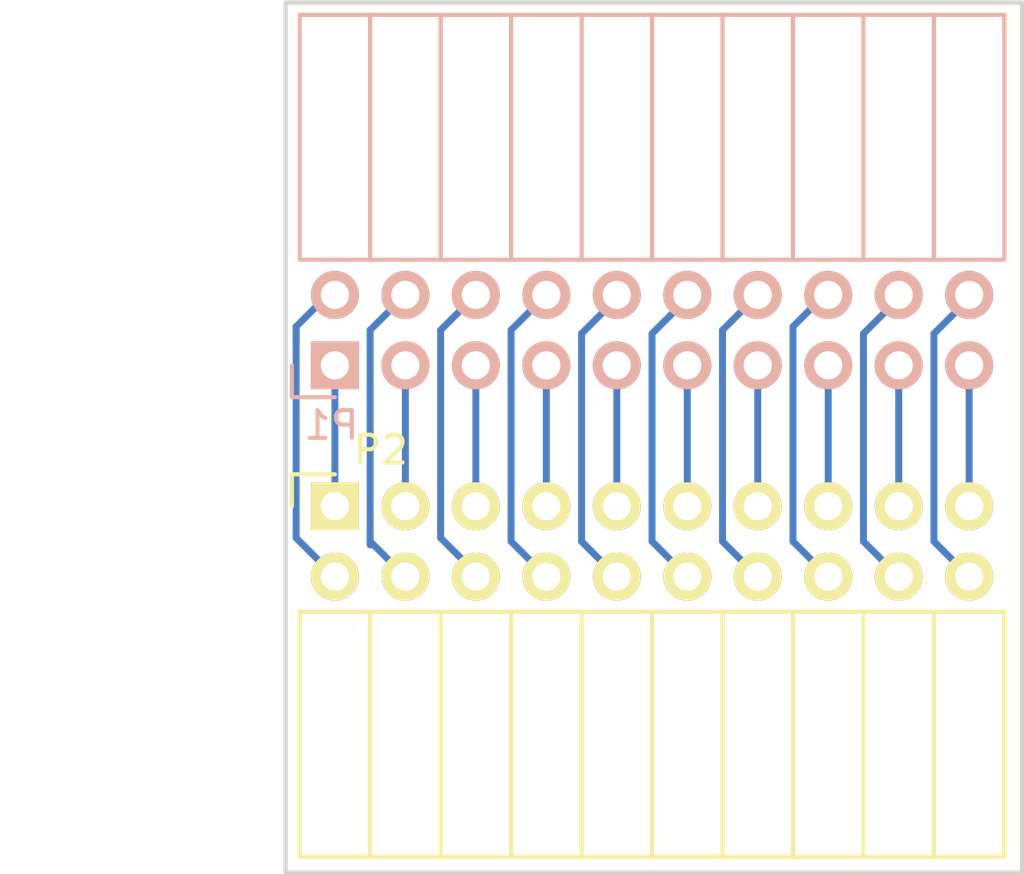
<source format=kicad_pcb>
(kicad_pcb (version 4) (host pcbnew 4.0.2+dfsg1-2~bpo8+1-stable)

  (general
    (links 20)
    (no_connects 0)
    (area 146.736999 84.633999 173.430001 116.153001)
    (thickness 1.6)
    (drawings 4)
    (tracks 62)
    (zones 0)
    (modules 2)
    (nets 21)
  )

  (page A4)
  (layers
    (0 F.Cu signal)
    (31 B.Cu signal)
    (32 B.Adhes user)
    (33 F.Adhes user)
    (34 B.Paste user)
    (35 F.Paste user)
    (36 B.SilkS user)
    (37 F.SilkS user)
    (38 B.Mask user)
    (39 F.Mask user)
    (40 Dwgs.User user)
    (41 Cmts.User user)
    (42 Eco1.User user)
    (43 Eco2.User user)
    (44 Edge.Cuts user)
    (45 Margin user)
    (46 B.CrtYd user)
    (47 F.CrtYd user)
    (48 B.Fab user)
    (49 F.Fab user)
  )

  (setup
    (last_trace_width 0.25)
    (trace_clearance 0.2)
    (zone_clearance 0.508)
    (zone_45_only no)
    (trace_min 0.2)
    (segment_width 0.2)
    (edge_width 0.15)
    (via_size 0.6)
    (via_drill 0.4)
    (via_min_size 0.4)
    (via_min_drill 0.3)
    (uvia_size 0.3)
    (uvia_drill 0.1)
    (uvias_allowed no)
    (uvia_min_size 0.2)
    (uvia_min_drill 0.1)
    (pcb_text_width 0.3)
    (pcb_text_size 1.5 1.5)
    (mod_edge_width 0.15)
    (mod_text_size 1 1)
    (mod_text_width 0.15)
    (pad_size 1.524 1.524)
    (pad_drill 0.762)
    (pad_to_mask_clearance 0.2)
    (aux_axis_origin 0 0)
    (visible_elements 7FFFFFFF)
    (pcbplotparams
      (layerselection 0x00030_80000001)
      (usegerberextensions false)
      (excludeedgelayer true)
      (linewidth 0.100000)
      (plotframeref false)
      (viasonmask false)
      (mode 1)
      (useauxorigin false)
      (hpglpennumber 1)
      (hpglpenspeed 20)
      (hpglpendiameter 15)
      (hpglpenoverlay 2)
      (psnegative false)
      (psa4output false)
      (plotreference true)
      (plotvalue true)
      (plotinvisibletext false)
      (padsonsilk false)
      (subtractmaskfromsilk false)
      (outputformat 2)
      (mirror false)
      (drillshape 0)
      (scaleselection 1)
      (outputdirectory ""))
  )

  (net 0 "")
  (net 1 "Net-(P1-Pad1)")
  (net 2 "Net-(P1-Pad2)")
  (net 3 "Net-(P1-Pad3)")
  (net 4 "Net-(P1-Pad4)")
  (net 5 "Net-(P1-Pad5)")
  (net 6 "Net-(P1-Pad6)")
  (net 7 "Net-(P1-Pad7)")
  (net 8 "Net-(P1-Pad8)")
  (net 9 "Net-(P1-Pad9)")
  (net 10 "Net-(P1-Pad10)")
  (net 11 "Net-(P1-Pad11)")
  (net 12 "Net-(P1-Pad12)")
  (net 13 "Net-(P1-Pad13)")
  (net 14 "Net-(P1-Pad14)")
  (net 15 "Net-(P1-Pad15)")
  (net 16 "Net-(P1-Pad16)")
  (net 17 "Net-(P1-Pad17)")
  (net 18 "Net-(P1-Pad18)")
  (net 19 "Net-(P1-Pad19)")
  (net 20 "Net-(P1-Pad20)")

  (net_class Default "Esta es la clase de red por defecto."
    (clearance 0.2)
    (trace_width 0.25)
    (via_dia 0.6)
    (via_drill 0.4)
    (uvia_dia 0.3)
    (uvia_drill 0.1)
    (add_net "Net-(P1-Pad1)")
    (add_net "Net-(P1-Pad10)")
    (add_net "Net-(P1-Pad11)")
    (add_net "Net-(P1-Pad12)")
    (add_net "Net-(P1-Pad13)")
    (add_net "Net-(P1-Pad14)")
    (add_net "Net-(P1-Pad15)")
    (add_net "Net-(P1-Pad16)")
    (add_net "Net-(P1-Pad17)")
    (add_net "Net-(P1-Pad18)")
    (add_net "Net-(P1-Pad19)")
    (add_net "Net-(P1-Pad2)")
    (add_net "Net-(P1-Pad20)")
    (add_net "Net-(P1-Pad3)")
    (add_net "Net-(P1-Pad4)")
    (add_net "Net-(P1-Pad5)")
    (add_net "Net-(P1-Pad6)")
    (add_net "Net-(P1-Pad7)")
    (add_net "Net-(P1-Pad8)")
    (add_net "Net-(P1-Pad9)")
  )

  (module Socket_Strips:Socket_Strip_Angled_2x10 (layer B.Cu) (tedit 58766163) (tstamp 56E58EE5)
    (at 148.59 97.79)
    (descr "Through hole socket strip")
    (tags "socket strip")
    (path /56E58F30)
    (fp_text reference P1 (at -0.127 2.159) (layer B.SilkS)
      (effects (font (size 1 1) (thickness 0.15)) (justify mirror))
    )
    (fp_text value CONN_02X10 (at -6.858 -5.334) (layer B.Fab)
      (effects (font (size 1 1) (thickness 0.15)) (justify mirror))
    )
    (fp_line (start -1.75 1.35) (end -1.75 -13.15) (layer B.CrtYd) (width 0.05))
    (fp_line (start 24.65 1.35) (end 24.65 -13.15) (layer B.CrtYd) (width 0.05))
    (fp_line (start -1.75 1.35) (end 24.65 1.35) (layer B.CrtYd) (width 0.05))
    (fp_line (start -1.75 -13.15) (end 24.65 -13.15) (layer B.CrtYd) (width 0.05))
    (fp_line (start 16.51 -12.64) (end 16.51 -3.81) (layer B.SilkS) (width 0.15))
    (fp_line (start 13.97 -12.64) (end 16.51 -12.64) (layer B.SilkS) (width 0.15))
    (fp_line (start 13.97 -3.81) (end 16.51 -3.81) (layer B.SilkS) (width 0.15))
    (fp_line (start 16.51 -3.81) (end 16.51 -12.64) (layer B.SilkS) (width 0.15))
    (fp_line (start 19.05 -3.81) (end 19.05 -12.64) (layer B.SilkS) (width 0.15))
    (fp_line (start 16.51 -3.81) (end 19.05 -3.81) (layer B.SilkS) (width 0.15))
    (fp_line (start 16.51 -12.64) (end 19.05 -12.64) (layer B.SilkS) (width 0.15))
    (fp_line (start 19.05 -12.64) (end 19.05 -3.81) (layer B.SilkS) (width 0.15))
    (fp_line (start 21.59 -12.64) (end 21.59 -3.81) (layer B.SilkS) (width 0.15))
    (fp_line (start 19.05 -12.64) (end 21.59 -12.64) (layer B.SilkS) (width 0.15))
    (fp_line (start 19.05 -3.81) (end 21.59 -3.81) (layer B.SilkS) (width 0.15))
    (fp_line (start 21.59 -3.81) (end 21.59 -12.64) (layer B.SilkS) (width 0.15))
    (fp_line (start 24.13 -3.81) (end 24.13 -12.64) (layer B.SilkS) (width 0.15))
    (fp_line (start 21.59 -3.81) (end 24.13 -3.81) (layer B.SilkS) (width 0.15))
    (fp_line (start 21.59 -12.64) (end 24.13 -12.64) (layer B.SilkS) (width 0.15))
    (fp_line (start 24.13 -12.64) (end 24.13 -3.81) (layer B.SilkS) (width 0.15))
    (fp_line (start 13.97 -12.64) (end 13.97 -3.81) (layer B.SilkS) (width 0.15))
    (fp_line (start 11.43 -12.64) (end 13.97 -12.64) (layer B.SilkS) (width 0.15))
    (fp_line (start 11.43 -3.81) (end 13.97 -3.81) (layer B.SilkS) (width 0.15))
    (fp_line (start 13.97 -3.81) (end 13.97 -12.64) (layer B.SilkS) (width 0.15))
    (fp_line (start 11.43 -3.81) (end 11.43 -12.64) (layer B.SilkS) (width 0.15))
    (fp_line (start 8.89 -3.81) (end 11.43 -3.81) (layer B.SilkS) (width 0.15))
    (fp_line (start 8.89 -12.64) (end 11.43 -12.64) (layer B.SilkS) (width 0.15))
    (fp_line (start 11.43 -12.64) (end 11.43 -3.81) (layer B.SilkS) (width 0.15))
    (fp_line (start 8.89 -12.64) (end 8.89 -3.81) (layer B.SilkS) (width 0.15))
    (fp_line (start 6.35 -12.64) (end 8.89 -12.64) (layer B.SilkS) (width 0.15))
    (fp_line (start 6.35 -3.81) (end 8.89 -3.81) (layer B.SilkS) (width 0.15))
    (fp_line (start 8.89 -3.81) (end 8.89 -12.64) (layer B.SilkS) (width 0.15))
    (fp_line (start 6.35 -3.81) (end 6.35 -12.64) (layer B.SilkS) (width 0.15))
    (fp_line (start 3.81 -3.81) (end 6.35 -3.81) (layer B.SilkS) (width 0.15))
    (fp_line (start 3.81 -12.64) (end 6.35 -12.64) (layer B.SilkS) (width 0.15))
    (fp_line (start 6.35 -12.64) (end 6.35 -3.81) (layer B.SilkS) (width 0.15))
    (fp_line (start 3.81 -12.64) (end 3.81 -3.81) (layer B.SilkS) (width 0.15))
    (fp_line (start 1.27 -12.64) (end 3.81 -12.64) (layer B.SilkS) (width 0.15))
    (fp_line (start 1.27 -3.81) (end 3.81 -3.81) (layer B.SilkS) (width 0.15))
    (fp_line (start 3.81 -3.81) (end 3.81 -12.64) (layer B.SilkS) (width 0.15))
    (fp_line (start 1.27 -3.81) (end 1.27 -12.64) (layer B.SilkS) (width 0.15))
    (fp_line (start -1.27 -3.81) (end 1.27 -3.81) (layer B.SilkS) (width 0.15))
    (fp_line (start 0 1.15) (end -1.55 1.15) (layer B.SilkS) (width 0.15))
    (fp_line (start -1.55 1.15) (end -1.55 0) (layer B.SilkS) (width 0.15))
    (fp_line (start -1.27 -3.81) (end -1.27 -12.64) (layer B.SilkS) (width 0.15))
    (fp_line (start -1.27 -12.64) (end 1.27 -12.64) (layer B.SilkS) (width 0.15))
    (fp_line (start 1.27 -12.64) (end 1.27 -3.81) (layer B.SilkS) (width 0.15))
    (pad 1 thru_hole rect (at 0 0) (size 1.7272 1.7272) (drill 1.016) (layers *.Cu *.Mask B.SilkS)
      (net 1 "Net-(P1-Pad1)"))
    (pad 2 thru_hole oval (at 0 -2.54) (size 1.7272 1.7272) (drill 1.016) (layers *.Cu *.Mask B.SilkS)
      (net 2 "Net-(P1-Pad2)"))
    (pad 3 thru_hole oval (at 2.54 0) (size 1.7272 1.7272) (drill 1.016) (layers *.Cu *.Mask B.SilkS)
      (net 3 "Net-(P1-Pad3)"))
    (pad 4 thru_hole oval (at 2.54 -2.54) (size 1.7272 1.7272) (drill 1.016) (layers *.Cu *.Mask B.SilkS)
      (net 4 "Net-(P1-Pad4)"))
    (pad 5 thru_hole oval (at 5.08 0) (size 1.7272 1.7272) (drill 1.016) (layers *.Cu *.Mask B.SilkS)
      (net 5 "Net-(P1-Pad5)"))
    (pad 6 thru_hole oval (at 5.08 -2.54) (size 1.7272 1.7272) (drill 1.016) (layers *.Cu *.Mask B.SilkS)
      (net 6 "Net-(P1-Pad6)"))
    (pad 7 thru_hole oval (at 7.62 0) (size 1.7272 1.7272) (drill 1.016) (layers *.Cu *.Mask B.SilkS)
      (net 7 "Net-(P1-Pad7)"))
    (pad 8 thru_hole oval (at 7.62 -2.54) (size 1.7272 1.7272) (drill 1.016) (layers *.Cu *.Mask B.SilkS)
      (net 8 "Net-(P1-Pad8)"))
    (pad 9 thru_hole oval (at 10.16 0) (size 1.7272 1.7272) (drill 1.016) (layers *.Cu *.Mask B.SilkS)
      (net 9 "Net-(P1-Pad9)"))
    (pad 10 thru_hole oval (at 10.16 -2.54) (size 1.7272 1.7272) (drill 1.016) (layers *.Cu *.Mask B.SilkS)
      (net 10 "Net-(P1-Pad10)"))
    (pad 11 thru_hole oval (at 12.7 0) (size 1.7272 1.7272) (drill 1.016) (layers *.Cu *.Mask B.SilkS)
      (net 11 "Net-(P1-Pad11)"))
    (pad 12 thru_hole oval (at 12.7 -2.54) (size 1.7272 1.7272) (drill 1.016) (layers *.Cu *.Mask B.SilkS)
      (net 12 "Net-(P1-Pad12)"))
    (pad 13 thru_hole oval (at 15.24 0) (size 1.7272 1.7272) (drill 1.016) (layers *.Cu *.Mask B.SilkS)
      (net 13 "Net-(P1-Pad13)"))
    (pad 14 thru_hole oval (at 15.24 -2.54) (size 1.7272 1.7272) (drill 1.016) (layers *.Cu *.Mask B.SilkS)
      (net 14 "Net-(P1-Pad14)"))
    (pad 15 thru_hole oval (at 17.78 0) (size 1.7272 1.7272) (drill 1.016) (layers *.Cu *.Mask B.SilkS)
      (net 15 "Net-(P1-Pad15)"))
    (pad 16 thru_hole oval (at 17.78 -2.54) (size 1.7272 1.7272) (drill 1.016) (layers *.Cu *.Mask B.SilkS)
      (net 16 "Net-(P1-Pad16)"))
    (pad 17 thru_hole oval (at 20.32 0) (size 1.7272 1.7272) (drill 1.016) (layers *.Cu *.Mask B.SilkS)
      (net 17 "Net-(P1-Pad17)"))
    (pad 18 thru_hole oval (at 20.32 -2.54) (size 1.7272 1.7272) (drill 1.016) (layers *.Cu *.Mask B.SilkS)
      (net 18 "Net-(P1-Pad18)"))
    (pad 19 thru_hole oval (at 22.86 0) (size 1.7272 1.7272) (drill 1.016) (layers *.Cu *.Mask B.SilkS)
      (net 19 "Net-(P1-Pad19)"))
    (pad 20 thru_hole oval (at 22.86 -2.54) (size 1.7272 1.7272) (drill 1.016) (layers *.Cu *.Mask B.SilkS)
      (net 20 "Net-(P1-Pad20)"))
    (model Socket_Strips.3dshapes/Socket_Strip_Angled_2x10.wrl
      (at (xyz 0.45 -0.05 0))
      (scale (xyz 1 1 1))
      (rotate (xyz 0 0 180))
    )
  )

  (module Socket_Strips:Socket_Strip_Angled_2x10 (layer F.Cu) (tedit 587661A0) (tstamp 56E58EFC)
    (at 148.59 102.87)
    (descr "Through hole socket strip")
    (tags "socket strip")
    (path /56E58F77)
    (fp_text reference P2 (at 1.651 -2.032) (layer F.SilkS)
      (effects (font (size 1 1) (thickness 0.15)))
    )
    (fp_text value CONN_02X10 (at -7.112 4.318) (layer F.Fab)
      (effects (font (size 1 1) (thickness 0.15)))
    )
    (fp_line (start -1.75 -1.35) (end -1.75 13.15) (layer F.CrtYd) (width 0.05))
    (fp_line (start 24.65 -1.35) (end 24.65 13.15) (layer F.CrtYd) (width 0.05))
    (fp_line (start -1.75 -1.35) (end 24.65 -1.35) (layer F.CrtYd) (width 0.05))
    (fp_line (start -1.75 13.15) (end 24.65 13.15) (layer F.CrtYd) (width 0.05))
    (fp_line (start 16.51 12.64) (end 16.51 3.81) (layer F.SilkS) (width 0.15))
    (fp_line (start 13.97 12.64) (end 16.51 12.64) (layer F.SilkS) (width 0.15))
    (fp_line (start 13.97 3.81) (end 16.51 3.81) (layer F.SilkS) (width 0.15))
    (fp_line (start 16.51 3.81) (end 16.51 12.64) (layer F.SilkS) (width 0.15))
    (fp_line (start 19.05 3.81) (end 19.05 12.64) (layer F.SilkS) (width 0.15))
    (fp_line (start 16.51 3.81) (end 19.05 3.81) (layer F.SilkS) (width 0.15))
    (fp_line (start 16.51 12.64) (end 19.05 12.64) (layer F.SilkS) (width 0.15))
    (fp_line (start 19.05 12.64) (end 19.05 3.81) (layer F.SilkS) (width 0.15))
    (fp_line (start 21.59 12.64) (end 21.59 3.81) (layer F.SilkS) (width 0.15))
    (fp_line (start 19.05 12.64) (end 21.59 12.64) (layer F.SilkS) (width 0.15))
    (fp_line (start 19.05 3.81) (end 21.59 3.81) (layer F.SilkS) (width 0.15))
    (fp_line (start 21.59 3.81) (end 21.59 12.64) (layer F.SilkS) (width 0.15))
    (fp_line (start 24.13 3.81) (end 24.13 12.64) (layer F.SilkS) (width 0.15))
    (fp_line (start 21.59 3.81) (end 24.13 3.81) (layer F.SilkS) (width 0.15))
    (fp_line (start 21.59 12.64) (end 24.13 12.64) (layer F.SilkS) (width 0.15))
    (fp_line (start 24.13 12.64) (end 24.13 3.81) (layer F.SilkS) (width 0.15))
    (fp_line (start 13.97 12.64) (end 13.97 3.81) (layer F.SilkS) (width 0.15))
    (fp_line (start 11.43 12.64) (end 13.97 12.64) (layer F.SilkS) (width 0.15))
    (fp_line (start 11.43 3.81) (end 13.97 3.81) (layer F.SilkS) (width 0.15))
    (fp_line (start 13.97 3.81) (end 13.97 12.64) (layer F.SilkS) (width 0.15))
    (fp_line (start 11.43 3.81) (end 11.43 12.64) (layer F.SilkS) (width 0.15))
    (fp_line (start 8.89 3.81) (end 11.43 3.81) (layer F.SilkS) (width 0.15))
    (fp_line (start 8.89 12.64) (end 11.43 12.64) (layer F.SilkS) (width 0.15))
    (fp_line (start 11.43 12.64) (end 11.43 3.81) (layer F.SilkS) (width 0.15))
    (fp_line (start 8.89 12.64) (end 8.89 3.81) (layer F.SilkS) (width 0.15))
    (fp_line (start 6.35 12.64) (end 8.89 12.64) (layer F.SilkS) (width 0.15))
    (fp_line (start 6.35 3.81) (end 8.89 3.81) (layer F.SilkS) (width 0.15))
    (fp_line (start 8.89 3.81) (end 8.89 12.64) (layer F.SilkS) (width 0.15))
    (fp_line (start 6.35 3.81) (end 6.35 12.64) (layer F.SilkS) (width 0.15))
    (fp_line (start 3.81 3.81) (end 6.35 3.81) (layer F.SilkS) (width 0.15))
    (fp_line (start 3.81 12.64) (end 6.35 12.64) (layer F.SilkS) (width 0.15))
    (fp_line (start 6.35 12.64) (end 6.35 3.81) (layer F.SilkS) (width 0.15))
    (fp_line (start 3.81 12.64) (end 3.81 3.81) (layer F.SilkS) (width 0.15))
    (fp_line (start 1.27 12.64) (end 3.81 12.64) (layer F.SilkS) (width 0.15))
    (fp_line (start 1.27 3.81) (end 3.81 3.81) (layer F.SilkS) (width 0.15))
    (fp_line (start 3.81 3.81) (end 3.81 12.64) (layer F.SilkS) (width 0.15))
    (fp_line (start 1.27 3.81) (end 1.27 12.64) (layer F.SilkS) (width 0.15))
    (fp_line (start -1.27 3.81) (end 1.27 3.81) (layer F.SilkS) (width 0.15))
    (fp_line (start 0 -1.15) (end -1.55 -1.15) (layer F.SilkS) (width 0.15))
    (fp_line (start -1.55 -1.15) (end -1.55 0) (layer F.SilkS) (width 0.15))
    (fp_line (start -1.27 3.81) (end -1.27 12.64) (layer F.SilkS) (width 0.15))
    (fp_line (start -1.27 12.64) (end 1.27 12.64) (layer F.SilkS) (width 0.15))
    (fp_line (start 1.27 12.64) (end 1.27 3.81) (layer F.SilkS) (width 0.15))
    (pad 1 thru_hole rect (at 0 0) (size 1.7272 1.7272) (drill 1.016) (layers *.Cu *.Mask F.SilkS)
      (net 1 "Net-(P1-Pad1)"))
    (pad 2 thru_hole oval (at 0 2.54) (size 1.7272 1.7272) (drill 1.016) (layers *.Cu *.Mask F.SilkS)
      (net 2 "Net-(P1-Pad2)"))
    (pad 3 thru_hole oval (at 2.54 0) (size 1.7272 1.7272) (drill 1.016) (layers *.Cu *.Mask F.SilkS)
      (net 3 "Net-(P1-Pad3)"))
    (pad 4 thru_hole oval (at 2.54 2.54) (size 1.7272 1.7272) (drill 1.016) (layers *.Cu *.Mask F.SilkS)
      (net 4 "Net-(P1-Pad4)"))
    (pad 5 thru_hole oval (at 5.08 0) (size 1.7272 1.7272) (drill 1.016) (layers *.Cu *.Mask F.SilkS)
      (net 5 "Net-(P1-Pad5)"))
    (pad 6 thru_hole oval (at 5.08 2.54) (size 1.7272 1.7272) (drill 1.016) (layers *.Cu *.Mask F.SilkS)
      (net 6 "Net-(P1-Pad6)"))
    (pad 7 thru_hole oval (at 7.62 0) (size 1.7272 1.7272) (drill 1.016) (layers *.Cu *.Mask F.SilkS)
      (net 7 "Net-(P1-Pad7)"))
    (pad 8 thru_hole oval (at 7.62 2.54) (size 1.7272 1.7272) (drill 1.016) (layers *.Cu *.Mask F.SilkS)
      (net 8 "Net-(P1-Pad8)"))
    (pad 9 thru_hole oval (at 10.16 0) (size 1.7272 1.7272) (drill 1.016) (layers *.Cu *.Mask F.SilkS)
      (net 9 "Net-(P1-Pad9)"))
    (pad 10 thru_hole oval (at 10.16 2.54) (size 1.7272 1.7272) (drill 1.016) (layers *.Cu *.Mask F.SilkS)
      (net 10 "Net-(P1-Pad10)"))
    (pad 11 thru_hole oval (at 12.7 0) (size 1.7272 1.7272) (drill 1.016) (layers *.Cu *.Mask F.SilkS)
      (net 11 "Net-(P1-Pad11)"))
    (pad 12 thru_hole oval (at 12.7 2.54) (size 1.7272 1.7272) (drill 1.016) (layers *.Cu *.Mask F.SilkS)
      (net 12 "Net-(P1-Pad12)"))
    (pad 13 thru_hole oval (at 15.24 0) (size 1.7272 1.7272) (drill 1.016) (layers *.Cu *.Mask F.SilkS)
      (net 13 "Net-(P1-Pad13)"))
    (pad 14 thru_hole oval (at 15.24 2.54) (size 1.7272 1.7272) (drill 1.016) (layers *.Cu *.Mask F.SilkS)
      (net 14 "Net-(P1-Pad14)"))
    (pad 15 thru_hole oval (at 17.78 0) (size 1.7272 1.7272) (drill 1.016) (layers *.Cu *.Mask F.SilkS)
      (net 15 "Net-(P1-Pad15)"))
    (pad 16 thru_hole oval (at 17.78 2.54) (size 1.7272 1.7272) (drill 1.016) (layers *.Cu *.Mask F.SilkS)
      (net 16 "Net-(P1-Pad16)"))
    (pad 17 thru_hole oval (at 20.32 0) (size 1.7272 1.7272) (drill 1.016) (layers *.Cu *.Mask F.SilkS)
      (net 17 "Net-(P1-Pad17)"))
    (pad 18 thru_hole oval (at 20.32 2.54) (size 1.7272 1.7272) (drill 1.016) (layers *.Cu *.Mask F.SilkS)
      (net 18 "Net-(P1-Pad18)"))
    (pad 19 thru_hole oval (at 22.86 0) (size 1.7272 1.7272) (drill 1.016) (layers *.Cu *.Mask F.SilkS)
      (net 19 "Net-(P1-Pad19)"))
    (pad 20 thru_hole oval (at 22.86 2.54) (size 1.7272 1.7272) (drill 1.016) (layers *.Cu *.Mask F.SilkS)
      (net 20 "Net-(P1-Pad20)"))
    (model Socket_Strips.3dshapes/Socket_Strip_Angled_2x10.wrl
      (at (xyz 0.45 -0.05 0))
      (scale (xyz 1 1 1))
      (rotate (xyz 0 0 180))
    )
  )

  (gr_line (start 146.812 116.078) (end 173.355 116.078) (angle 90) (layer Edge.Cuts) (width 0.15))
  (gr_line (start 146.812 84.709) (end 146.812 116.078) (angle 90) (layer Edge.Cuts) (width 0.15))
  (gr_line (start 173.355 84.709) (end 173.355 116.078) (angle 90) (layer Edge.Cuts) (width 0.15))
  (gr_line (start 146.812 84.709) (end 173.355 84.709) (angle 90) (layer Edge.Cuts) (width 0.15))

  (segment (start 148.59 97.79) (end 148.59 102.87) (width 0.25) (layer B.Cu) (net 1))
  (segment (start 148.59 95.25) (end 148.336 95.25) (width 0.25) (layer B.Cu) (net 2))
  (segment (start 148.336 95.25) (end 147.193 96.393) (width 0.25) (layer B.Cu) (net 2) (tstamp 56E4A682))
  (segment (start 148.59 105.41) (end 147.193 104.013) (width 0.25) (layer B.Cu) (net 2))
  (segment (start 147.193 104.013) (end 147.193 96.393) (width 0.25) (layer B.Cu) (net 2) (tstamp 56E4A725))
  (segment (start 147.193 96.393) (end 147.193 97.028) (width 0.25) (layer B.Cu) (net 2) (tstamp 56E4A688))
  (segment (start 147.193 97.028) (end 147.193 96.901) (width 0.25) (layer B.Cu) (net 2) (tstamp 56E4A68B))
  (segment (start 148.59 105.41) (end 148.082 105.41) (width 0.25) (layer B.Cu) (net 2))
  (segment (start 148.59 105.41) (end 148.59 105.283) (width 0.25) (layer B.Cu) (net 2))
  (segment (start 151.13 97.79) (end 151.13 102.87) (width 0.25) (layer B.Cu) (net 3))
  (segment (start 149.86 96.52) (end 151.13 95.25) (width 0.25) (layer B.Cu) (net 4) (tstamp 56E4A620))
  (segment (start 149.86 103.632) (end 149.86 96.52) (width 0.25) (layer B.Cu) (net 4) (tstamp 56E4A61C))
  (segment (start 149.86 104.013) (end 149.86 104.14) (width 0.25) (layer B.Cu) (net 4))
  (segment (start 149.86 104.14) (end 151.13 105.41) (width 0.25) (layer B.Cu) (net 4) (tstamp 56E4A6A7))
  (segment (start 151.13 105.41) (end 151.003 105.41) (width 0.25) (layer B.Cu) (net 4))
  (segment (start 149.86 104.267) (end 149.86 104.013) (width 0.25) (layer B.Cu) (net 4) (tstamp 56E4A64A))
  (segment (start 149.86 104.013) (end 149.86 103.632) (width 0.25) (layer B.Cu) (net 4) (tstamp 56E4A6A5))
  (segment (start 151.13 105.41) (end 151.13 104.902) (width 0.25) (layer B.Cu) (net 4))
  (segment (start 153.67 97.79) (end 153.67 102.87) (width 0.25) (layer B.Cu) (net 5))
  (segment (start 152.4 96.52) (end 153.67 95.25) (width 0.25) (layer B.Cu) (net 6) (tstamp 56E4A617))
  (segment (start 152.4 103.505) (end 152.4 104.013) (width 0.25) (layer B.Cu) (net 6))
  (segment (start 152.4 104.013) (end 153.67 105.283) (width 0.25) (layer B.Cu) (net 6) (tstamp 56E4A63E))
  (segment (start 153.67 105.283) (end 153.67 105.41) (width 0.25) (layer B.Cu) (net 6) (tstamp 56E4A63F))
  (segment (start 153.67 105.41) (end 153.67 105.029) (width 0.25) (layer B.Cu) (net 6))
  (segment (start 152.4 103.759) (end 152.4 103.505) (width 0.25) (layer B.Cu) (net 6) (tstamp 56E4A615))
  (segment (start 152.4 103.505) (end 152.4 96.52) (width 0.25) (layer B.Cu) (net 6) (tstamp 56E4A63C))
  (segment (start 156.21 97.79) (end 156.21 102.87) (width 0.25) (layer B.Cu) (net 7))
  (segment (start 154.94 96.52) (end 156.21 95.25) (width 0.25) (layer B.Cu) (net 8) (tstamp 56E4A610))
  (segment (start 154.94 103.505) (end 154.94 104.14) (width 0.25) (layer B.Cu) (net 8))
  (segment (start 154.94 104.14) (end 156.21 105.41) (width 0.25) (layer B.Cu) (net 8) (tstamp 56E4A6D9))
  (segment (start 156.21 105.41) (end 156.21 105.156) (width 0.25) (layer B.Cu) (net 8))
  (segment (start 154.94 103.886) (end 154.94 103.505) (width 0.25) (layer B.Cu) (net 8) (tstamp 56E4A60C))
  (segment (start 154.94 103.505) (end 154.94 96.52) (width 0.25) (layer B.Cu) (net 8) (tstamp 56E4A6D7))
  (segment (start 158.75 97.79) (end 158.75 102.87) (width 0.25) (layer B.Cu) (net 9))
  (segment (start 158.75 95.25) (end 158.75 95.377) (width 0.25) (layer B.Cu) (net 10))
  (segment (start 158.75 95.377) (end 157.48 96.647) (width 0.25) (layer B.Cu) (net 10) (tstamp 56E58F21))
  (segment (start 157.48 96.647) (end 157.48 104.14) (width 0.25) (layer B.Cu) (net 10) (tstamp 56E58F22))
  (segment (start 157.48 104.14) (end 158.75 105.41) (width 0.25) (layer B.Cu) (net 10) (tstamp 56E58F24))
  (segment (start 161.29 97.79) (end 161.29 102.87) (width 0.25) (layer B.Cu) (net 11))
  (segment (start 161.29 95.25) (end 161.29 95.377) (width 0.25) (layer B.Cu) (net 12))
  (segment (start 161.29 95.377) (end 160.02 96.647) (width 0.25) (layer B.Cu) (net 12) (tstamp 56E58F28))
  (segment (start 160.02 96.647) (end 160.02 104.14) (width 0.25) (layer B.Cu) (net 12) (tstamp 56E58F29))
  (segment (start 160.02 104.14) (end 161.29 105.41) (width 0.25) (layer B.Cu) (net 12) (tstamp 56E58F2B))
  (segment (start 163.83 97.79) (end 163.83 102.87) (width 0.25) (layer B.Cu) (net 13))
  (segment (start 163.83 95.25) (end 162.56 96.52) (width 0.25) (layer B.Cu) (net 14))
  (segment (start 162.56 104.14) (end 163.83 105.41) (width 0.25) (layer B.Cu) (net 14) (tstamp 56E58F30))
  (segment (start 162.56 96.52) (end 162.56 104.14) (width 0.25) (layer B.Cu) (net 14) (tstamp 56E58F2F))
  (segment (start 166.37 97.79) (end 166.37 102.87) (width 0.25) (layer B.Cu) (net 15))
  (segment (start 166.37 95.25) (end 166.243 95.25) (width 0.25) (layer B.Cu) (net 16))
  (segment (start 166.243 95.25) (end 165.1 96.393) (width 0.25) (layer B.Cu) (net 16) (tstamp 56E58F33))
  (segment (start 165.1 96.393) (end 165.1 104.14) (width 0.25) (layer B.Cu) (net 16) (tstamp 56E58F34))
  (segment (start 165.1 104.14) (end 166.37 105.41) (width 0.25) (layer B.Cu) (net 16) (tstamp 56E58F36))
  (segment (start 168.91 97.79) (end 168.91 102.87) (width 0.25) (layer B.Cu) (net 17))
  (segment (start 168.91 95.25) (end 168.91 95.377) (width 0.25) (layer B.Cu) (net 18))
  (segment (start 168.91 95.377) (end 167.64 96.647) (width 0.25) (layer B.Cu) (net 18) (tstamp 56E58F3C))
  (segment (start 167.64 96.647) (end 167.64 104.14) (width 0.25) (layer B.Cu) (net 18) (tstamp 56E58F3E))
  (segment (start 167.64 104.14) (end 168.91 105.41) (width 0.25) (layer B.Cu) (net 18) (tstamp 56E58F42))
  (segment (start 171.45 97.79) (end 171.45 102.87) (width 0.25) (layer B.Cu) (net 19))
  (segment (start 171.45 95.25) (end 171.45 95.377) (width 0.25) (layer B.Cu) (net 20))
  (segment (start 171.45 95.377) (end 170.18 96.647) (width 0.25) (layer B.Cu) (net 20) (tstamp 56E58F46))
  (segment (start 170.18 96.647) (end 170.18 104.14) (width 0.25) (layer B.Cu) (net 20) (tstamp 56E58F47))
  (segment (start 170.18 104.14) (end 171.45 105.41) (width 0.25) (layer B.Cu) (net 20) (tstamp 56E58F4B))

)

</source>
